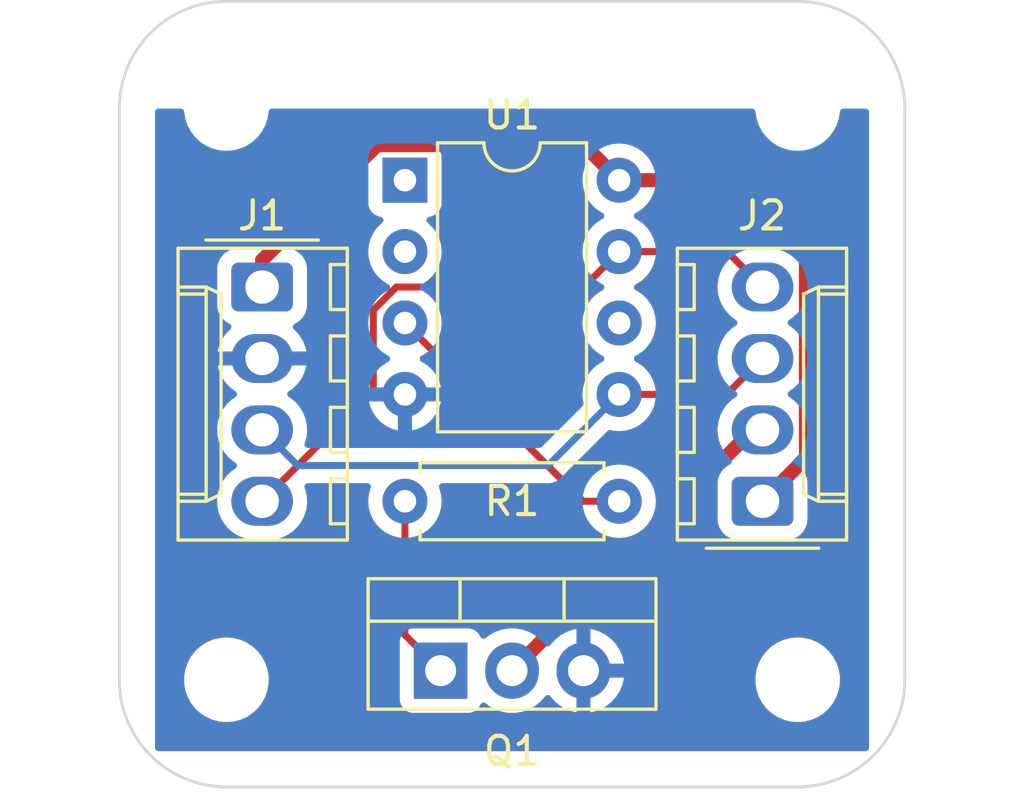
<source format=kicad_pcb>
(kicad_pcb (version 20221018) (generator pcbnew)
  (layers (0 "F.Cu" signal) (31 "B.Cu" signal) (34 "B.Paste" user) (35 "F.Paste" user) (36 "B.SilkS" user "B.Silkscreen") (37 "F.SilkS" user "F.Silkscreen") (38 "B.Mask" user) (39 "F.Mask" user) (44 "Edge.Cuts" user))
  (net 0 "")
  (net 1 "+5V")
  (net 2 "GND")
  (net 3 "Net-(J1-Pin_3)")
  (net 4 "Net-(J1-Pin_4)")
  (net 5 "Net-(J2-Pin_2)")
  (net 6 "Net-(Q1-G)")
  (net 10 "Net-(U1-XTAL2{slash}PB4)")
  (footprint "Resistor_THT:R_Axial_DIN0207_L6.3mm_D2.5mm_P7.62mm_Horizontal" (layer "F.Cu") (at 119.38 63.5 180)
    (fp_text reference "R1" (at 3.81 0) (layer "F.SilkS"))
    (fp_text value "220")
    (fp_line (start 0.54 -1.37) (end 7.08 -1.37) (stroke (width 0.12)) (layer "F.SilkS"))
    (fp_line (start 0.54 -1.04) (end 0.54 -1.37) (stroke (width 0.12)) (layer "F.SilkS"))
    (fp_line (start 0.54 1.04) (end 0.54 1.37) (stroke (width 0.12)) (layer "F.SilkS"))
    (fp_line (start 0.54 1.37) (end 7.08 1.37) (stroke (width 0.12)) (layer "F.SilkS"))
    (fp_line (start 7.08 -1.37) (end 7.08 -1.04) (stroke (width 0.12)) (layer "F.SilkS"))
    (fp_line (start 7.08 1.37) (end 7.08 1.04) (stroke (width 0.12)) (layer "F.SilkS"))
    (pad "1" thru_hole circle (at 0 0 180) (size 1.6 1.6) (drill 0.8) (layers "*.Cu" "*.Mask") (net 10 "Net-(U1-XTAL2{slash}PB4)"))
    (pad "2" thru_hole oval (at 7.62 0 180) (size 1.6 1.6) (drill 0.8) (layers "*.Cu" "*.Mask") (net 6 "Net-(Q1-G)"))
  )
  (footprint "Connector_Molex:Molex_KK-254_AE-6410-04A_1x04_P2.54mm_Vertical" (layer "F.Cu") (at 106.68 55.88 -90)
    (fp_text reference "J1" (at -2.54 0 -180) (layer "F.SilkS"))
    (fp_text value "Conn_01x04")
    (fp_line (start -1.67 -2) (end -1.67 2) (stroke (width 0.12)) (layer "F.SilkS"))
    (fp_line (start -1.38 -3.03) (end -1.38 2.99) (stroke (width 0.12)) (layer "F.SilkS"))
    (fp_line (start -1.38 2.99) (end 9 2.99) (stroke (width 0.12)) (layer "F.SilkS"))
    (fp_line (start -0.8 -3.03) (end -0.8 -2.43) (stroke (width 0.12)) (layer "F.SilkS"))
    (fp_line (start -0.8 -2.43) (end 0.8 -2.43) (stroke (width 0.12)) (layer "F.SilkS"))
    (fp_line (start 0 1.99) (end 0.25 1.46) (stroke (width 0.12)) (layer "F.SilkS"))
    (fp_line (start 0 1.99) (end 7.62 1.99) (stroke (width 0.12)) (layer "F.SilkS"))
    (fp_line (start 0 2.99) (end 0 1.99) (stroke (width 0.12)) (layer "F.SilkS"))
    (fp_line (start 0.25 1.46) (end 7.37 1.46) (stroke (width 0.12)) (layer "F.SilkS"))
    (fp_line (start 0.25 2.99) (end 0.25 1.99) (stroke (width 0.12)) (layer "F.SilkS"))
    (fp_line (start 0.8 -2.43) (end 0.8 -3.03) (stroke (width 0.12)) (layer "F.SilkS"))
    (fp_line (start 1.74 -3.03) (end 1.74 -2.43) (stroke (width 0.12)) (layer "F.SilkS"))
    (fp_line (start 1.74 -2.43) (end 3.34 -2.43) (stroke (width 0.12)) (layer "F.SilkS"))
    (fp_line (start 3.34 -2.43) (end 3.34 -3.03) (stroke (width 0.12)) (layer "F.SilkS"))
    (fp_line (start 4.28 -3.03) (end 4.28 -2.43) (stroke (width 0.12)) (layer "F.SilkS"))
    (fp_line (start 4.28 -2.43) (end 5.88 -2.43) (stroke (width 0.12)) (layer "F.SilkS"))
    (fp_line (start 5.88 -2.43) (end 5.88 -3.03) (stroke (width 0.12)) (layer "F.SilkS"))
    (fp_line (start 6.82 -3.03) (end 6.82 -2.43) (stroke (width 0.12)) (layer "F.SilkS"))
    (fp_line (start 6.82 -2.43) (end 8.42 -2.43) (stroke (width 0.12)) (layer "F.SilkS"))
    (fp_line (start 7.37 1.46) (end 7.62 1.99) (stroke (width 0.12)) (layer "F.SilkS"))
    (fp_line (start 7.37 2.99) (end 7.37 1.99) (stroke (width 0.12)) (layer "F.SilkS"))
    (fp_line (start 7.62 1.99) (end 7.62 2.99) (stroke (width 0.12)) (layer "F.SilkS"))
    (fp_line (start 8.42 -2.43) (end 8.42 -3.03) (stroke (width 0.12)) (layer "F.SilkS"))
    (fp_line (start 9 -3.03) (end -1.38 -3.03) (stroke (width 0.12)) (layer "F.SilkS"))
    (fp_line (start 9 2.99) (end 9 -3.03) (stroke (width 0.12)) (layer "F.SilkS"))
    (pad "1" thru_hole roundrect (at 0 0 270) (size 1.74 2.19) (drill 1.19) (layers "*.Cu" "*.Mask") (roundrect_rratio 0.1436781609) (net 1 "+5V"))
    (pad "2" thru_hole oval (at 2.54 0 270) (size 1.74 2.19) (drill 1.19) (layers "*.Cu" "*.Mask") (net 2 "GND"))
    (pad "3" thru_hole oval (at 5.08 0 270) (size 1.74 2.19) (drill 1.19) (layers "*.Cu" "*.Mask") (net 3 "Net-(J1-Pin_3)"))
    (pad "4" thru_hole oval (at 7.62 0 270) (size 1.74 2.19) (drill 1.19) (layers "*.Cu" "*.Mask") (net 4 "Net-(J1-Pin_4)"))
  )
  (footprint "MountingHole:MountingHole_2.5mm" (layer "F.Cu") (at 125.73 49.53)
    (fp_text reference "REF**" hide)
    (fp_text value "MountingHole_2.5mm")
    (pad "" np_thru_hole circle (at 0 0) (size 2.5 2.5) (drill 2.5) (layers "*.Cu" "*.Mask"))
  )
  (footprint "MountingHole:MountingHole_2.5mm" (layer "F.Cu") (at 125.73 69.85)
    (fp_text reference "REF**" hide)
    (fp_text value "MountingHole_2.5mm")
    (pad "" np_thru_hole circle (at 0 0) (size 2.5 2.5) (drill 2.5) (layers "*.Cu" "*.Mask"))
  )
  (footprint "Package_DIP:DIP-8_W7.62mm" (layer "F.Cu") (at 111.76 52.08)
    (fp_text reference "U1" (at 3.81 -2.33) (layer "F.SilkS"))
    (fp_text value "ATtiny85-20P")
    (fp_line (start 1.16 -1.33) (end 1.16 8.95) (stroke (width 0.12)) (layer "F.SilkS"))
    (fp_line (start 1.16 8.95) (end 6.46 8.95) (stroke (width 0.12)) (layer "F.SilkS"))
    (fp_line (start 2.81 -1.33) (end 1.16 -1.33) (stroke (width 0.12)) (layer "F.SilkS"))
    (fp_line (start 6.46 -1.33) (end 4.81 -1.33) (stroke (width 0.12)) (layer "F.SilkS"))
    (fp_line (start 6.46 8.95) (end 6.46 -1.33) (stroke (width 0.12)) (layer "F.SilkS"))
    (fp_arc (start 4.81 -1.33) (mid 3.81 -0.33) (end 2.81 -1.33) (stroke (width 0.12)) (layer "F.SilkS"))
    (pad "1" thru_hole rect (at 0 0) (size 1.6 1.6) (drill 0.8) (layers "*.Cu" "*.Mask"))
    (pad "2" thru_hole oval (at 0 2.54) (size 1.6 1.6) (drill 0.8) (layers "*.Cu" "*.Mask"))
    (pad "3" thru_hole oval (at 0 5.08) (size 1.6 1.6) (drill 0.8) (layers "*.Cu" "*.Mask") (net 10 "Net-(U1-XTAL2{slash}PB4)"))
    (pad "4" thru_hole oval (at 0 7.62) (size 1.6 1.6) (drill 0.8) (layers "*.Cu" "*.Mask") (net 2 "GND"))
    (pad "5" thru_hole oval (at 7.62 7.62) (size 1.6 1.6) (drill 0.8) (layers "*.Cu" "*.Mask") (net 3 "Net-(J1-Pin_3)"))
    (pad "6" thru_hole oval (at 7.62 5.08) (size 1.6 1.6) (drill 0.8) (layers "*.Cu" "*.Mask"))
    (pad "7" thru_hole oval (at 7.62 2.54) (size 1.6 1.6) (drill 0.8) (layers "*.Cu" "*.Mask") (net 4 "Net-(J1-Pin_4)"))
    (pad "8" thru_hole oval (at 7.62 0) (size 1.6 1.6) (drill 0.8) (layers "*.Cu" "*.Mask") (net 1 "+5V"))
  )
  (footprint "Connector_Molex:Molex_KK-254_AE-6410-04A_1x04_P2.54mm_Vertical" (layer "F.Cu") (at 124.48 63.5 90)
    (fp_text reference "J2" (at 10.16 -0.02 180) (layer "F.SilkS"))
    (fp_text value "Conn_01x04")
    (fp_line (start -1.67 -2) (end -1.67 2) (stroke (width 0.12)) (layer "F.SilkS"))
    (fp_line (start -1.38 -3.03) (end -1.38 2.99) (stroke (width 0.12)) (layer "F.SilkS"))
    (fp_line (start -1.38 2.99) (end 9 2.99) (stroke (width 0.12)) (layer "F.SilkS"))
    (fp_line (start -0.8 -3.03) (end -0.8 -2.43) (stroke (width 0.12)) (layer "F.SilkS"))
    (fp_line (start -0.8 -2.43) (end 0.8 -2.43) (stroke (width 0.12)) (layer "F.SilkS"))
    (fp_line (start 0 1.99) (end 0.25 1.46) (stroke (width 0.12)) (layer "F.SilkS"))
    (fp_line (start 0 1.99) (end 7.62 1.99) (stroke (width 0.12)) (layer "F.SilkS"))
    (fp_line (start 0 2.99) (end 0 1.99) (stroke (width 0.12)) (layer "F.SilkS"))
    (fp_line (start 0.25 1.46) (end 7.37 1.46) (stroke (width 0.12)) (layer "F.SilkS"))
    (fp_line (start 0.25 2.99) (end 0.25 1.99) (stroke (width 0.12)) (layer "F.SilkS"))
    (fp_line (start 0.8 -2.43) (end 0.8 -3.03) (stroke (width 0.12)) (layer "F.SilkS"))
    (fp_line (start 1.74 -3.03) (end 1.74 -2.43) (stroke (width 0.12)) (layer "F.SilkS"))
    (fp_line (start 1.74 -2.43) (end 3.34 -2.43) (stroke (width 0.12)) (layer "F.SilkS"))
    (fp_line (start 3.34 -2.43) (end 3.34 -3.03) (stroke (width 0.12)) (layer "F.SilkS"))
    (fp_line (start 4.28 -3.03) (end 4.28 -2.43) (stroke (width 0.12)) (layer "F.SilkS"))
    (fp_line (start 4.28 -2.43) (end 5.88 -2.43) (stroke (width 0.12)) (layer "F.SilkS"))
    (fp_line (start 5.88 -2.43) (end 5.88 -3.03) (stroke (width 0.12)) (layer "F.SilkS"))
    (fp_line (start 6.82 -3.03) (end 6.82 -2.43) (stroke (width 0.12)) (layer "F.SilkS"))
    (fp_line (start 6.82 -2.43) (end 8.42 -2.43) (stroke (width 0.12)) (layer "F.SilkS"))
    (fp_line (start 7.37 1.46) (end 7.62 1.99) (stroke (width 0.12)) (layer "F.SilkS"))
    (fp_line (start 7.37 2.99) (end 7.37 1.99) (stroke (width 0.12)) (layer "F.SilkS"))
    (fp_line (start 7.62 1.99) (end 7.62 2.99) (stroke (width 0.12)) (layer "F.SilkS"))
    (fp_line (start 8.42 -2.43) (end 8.42 -3.03) (stroke (width 0.12)) (layer "F.SilkS"))
    (fp_line (start 9 -3.03) (end -1.38 -3.03) (stroke (width 0.12)) (layer "F.SilkS"))
    (fp_line (start 9 2.99) (end 9 -3.03) (stroke (width 0.12)) (layer "F.SilkS"))
    (pad "1" thru_hole roundrect (at 0 0 90) (size 1.74 2.19) (drill 1.19) (layers "*.Cu" "*.Mask") (roundrect_rratio 0.1436781609) (net 1 "+5V"))
    (pad "2" thru_hole oval (at 2.54 0 90) (size 1.74 2.19) (drill 1.19) (layers "*.Cu" "*.Mask") (net 5 "Net-(J2-Pin_2)"))
    (pad "3" thru_hole oval (at 5.08 0 90) (size 1.74 2.19) (drill 1.19) (layers "*.Cu" "*.Mask") (net 3 "Net-(J1-Pin_3)"))
    (pad "4" thru_hole oval (at 7.62 0 90) (size 1.74 2.19) (drill 1.19) (layers "*.Cu" "*.Mask") (net 4 "Net-(J1-Pin_4)"))
  )
  (footprint "Package_TO_SOT_THT:TO-220-3_Vertical" (layer "F.Cu") (at 113.03 69.525)
    (fp_text reference "Q1" (at 2.54 2.865) (layer "F.SilkS"))
    (fp_text value "IRF40B207")
    (fp_line (start -2.58 -3.27) (end -2.58 1.371) (stroke (width 0.12)) (layer "F.SilkS"))
    (fp_line (start -2.58 -3.27) (end 7.66 -3.27) (stroke (width 0.12)) (layer "F.SilkS"))
    (fp_line (start -2.58 -1.76) (end 7.66 -1.76) (stroke (width 0.12)) (layer "F.SilkS"))
    (fp_line (start -2.58 1.371) (end 7.66 1.371) (stroke (width 0.12)) (layer "F.SilkS"))
    (fp_line (start 0.69 -3.27) (end 0.69 -1.76) (stroke (width 0.12)) (layer "F.SilkS"))
    (fp_line (start 4.391 -3.27) (end 4.391 -1.76) (stroke (width 0.12)) (layer "F.SilkS"))
    (fp_line (start 7.66 -3.27) (end 7.66 1.371) (stroke (width 0.12)) (layer "F.SilkS"))
    (pad "1" thru_hole rect (at 0 0) (size 1.905 2) (drill 1.1) (layers "*.Cu" "*.Mask") (net 6 "Net-(Q1-G)"))
    (pad "2" thru_hole oval (at 2.54 0) (size 1.905 2) (drill 1.1) (layers "*.Cu" "*.Mask") (net 5 "Net-(J2-Pin_2)"))
    (pad "3" thru_hole oval (at 5.08 0) (size 1.905 2) (drill 1.1) (layers "*.Cu" "*.Mask") (net 2 "GND"))
  )
  (footprint "MountingHole:MountingHole_2.5mm" (layer "F.Cu") (at 105.41 69.85)
    (fp_text reference "REF**" hide)
    (fp_text value "MountingHole_2.5mm")
    (pad "" np_thru_hole circle (at 0 0) (size 2.5 2.5) (drill 2.5) (layers "*.Cu" "*.Mask"))
  )
  (footprint "MountingHole:MountingHole_2.5mm" (layer "F.Cu") (at 105.41 49.53)
    (fp_text reference "REF**" hide)
    (fp_text value "MountingHole_2.5mm")
    (pad "" np_thru_hole circle (at 0 0) (size 2.5 2.5) (drill 2.5) (layers "*.Cu" "*.Mask"))
  )
  (gr_arc (start 129.54 69.85) (mid 128.424077 72.544077) (end 125.73 73.66) (stroke (width 0.1)) (layer "Edge.Cuts"))
  (gr_arc (start 105.41 73.66) (mid 102.715923 72.544077) (end 101.6 69.85) (stroke (width 0.1)) (layer "Edge.Cuts"))
  (gr_line (start 125.73 45.72) (end 105.41 45.72) (stroke (width 0.1)) (layer "Edge.Cuts"))
  (gr_line (start 129.54 69.85) (end 129.54 49.53) (stroke (width 0.1)) (layer "Edge.Cuts"))
  (gr_line (start 101.6 49.53) (end 101.6 69.85) (stroke (width 0.1)) (layer "Edge.Cuts"))
  (gr_line (start 105.41 73.66) (end 125.73 73.66) (stroke (width 0.1)) (layer "Edge.Cuts"))
  (gr_arc (start 125.73 45.72) (mid 128.424077 46.835923) (end 129.54 49.53) (stroke (width 0.1)) (layer "Edge.Cuts"))
  (gr_arc (start 101.6 49.53) (mid 102.715923 46.835923) (end 105.41 45.72) (stroke (width 0.1)) (layer "Edge.Cuts"))
  (segment (start 118.13 50.83) (end 119.38 52.08) (width 0.5) (layer "F.Cu") (net 1))
  (segment (start 126.023724 61.956276) (end 124.48 63.5) (width 0.5) (layer "F.Cu") (net 1))
  (segment (start 119.38 52.08) (end 123.2 52.08) (width 0.5) (layer "F.Cu") (net 1))
  (segment (start 106.68 54.923604) (end 110.773604 50.83) (width 0.5) (layer "F.Cu") (net 1))
  (segment (start 110.773604 50.83) (end 118.13 50.83) (width 0.5) (layer "F.Cu") (net 1))
  (segment (start 123.2 52.08) (end 126.023724 54.903724) (width 0.5) (layer "F.Cu") (net 1))
  (segment (start 106.68 55.88) (end 106.68 54.923604) (width 0.5) (layer "F.Cu") (net 1))
  (segment (start 126.023724 54.903724) (end 126.023724 61.956276) (width 0.5) (layer "F.Cu") (net 1))
  (segment (start 123.2 59.7) (end 124.48 58.42) (width 0.25) (layer "F.Cu") (net 3))
  (segment (start 119.38 59.7) (end 123.2 59.7) (width 0.25) (layer "F.Cu") (net 3))
  (segment (start 116.85 62.23) (end 119.38 59.7) (width 0.25) (layer "B.Cu") (net 3))
  (segment (start 107.95 62.23) (end 116.85 62.23) (width 0.25) (layer "B.Cu") (net 3))
  (segment (start 106.68 60.96) (end 107.95 62.23) (width 0.25) (layer "B.Cu") (net 3))
  (segment (start 110.635 56.701122) (end 111.456122 55.88) (width 0.25) (layer "F.Cu") (net 4))
  (segment (start 111.456122 55.88) (end 118.12 55.88) (width 0.25) (layer "F.Cu") (net 4))
  (segment (start 110.635 59.545) (end 110.635 56.701122) (width 0.25) (layer "F.Cu") (net 4))
  (segment (start 106.68 63.5) (end 110.635 59.545) (width 0.25) (layer "F.Cu") (net 4))
  (segment (start 123.22 54.62) (end 124.48 55.88) (width 0.25) (layer "F.Cu") (net 4))
  (segment (start 119.38 54.62) (end 123.22 54.62) (width 0.25) (layer "F.Cu") (net 4))
  (segment (start 118.12 55.88) (end 119.38 54.62) (width 0.25) (layer "F.Cu") (net 4))
  (segment (start 115.57 69.525) (end 124.135 60.96) (width 0.5) (layer "F.Cu") (net 5))
  (segment (start 124.135 60.96) (end 124.48 60.96) (width 0.5) (layer "F.Cu") (net 5))
  (segment (start 111.76 68.255) (end 113.03 69.525) (width 0.25) (layer "F.Cu") (net 6))
  (segment (start 111.76 63.5) (end 111.76 68.255) (width 0.25) (layer "F.Cu") (net 6))
  (segment (start 118.1 63.5) (end 111.76 57.16) (width 0.25) (layer "F.Cu") (net 10))
  (segment (start 119.38 63.5) (end 118.1 63.5) (width 0.25) (layer "F.Cu") (net 10))
  (zone (net 2) (net_name "GND") (layer "B.Cu") (connect_pads (clearance 0.5)) (min_thickness 0.25) (fill yes (thermal_gap 0.5) (thermal_bridge_width 0.5))
    (polygon (pts (xy 102.87 49.53) (xy 128.27 49.53) (xy 128.27 72.39) (xy 102.87 72.39)))
  )
)
</source>
